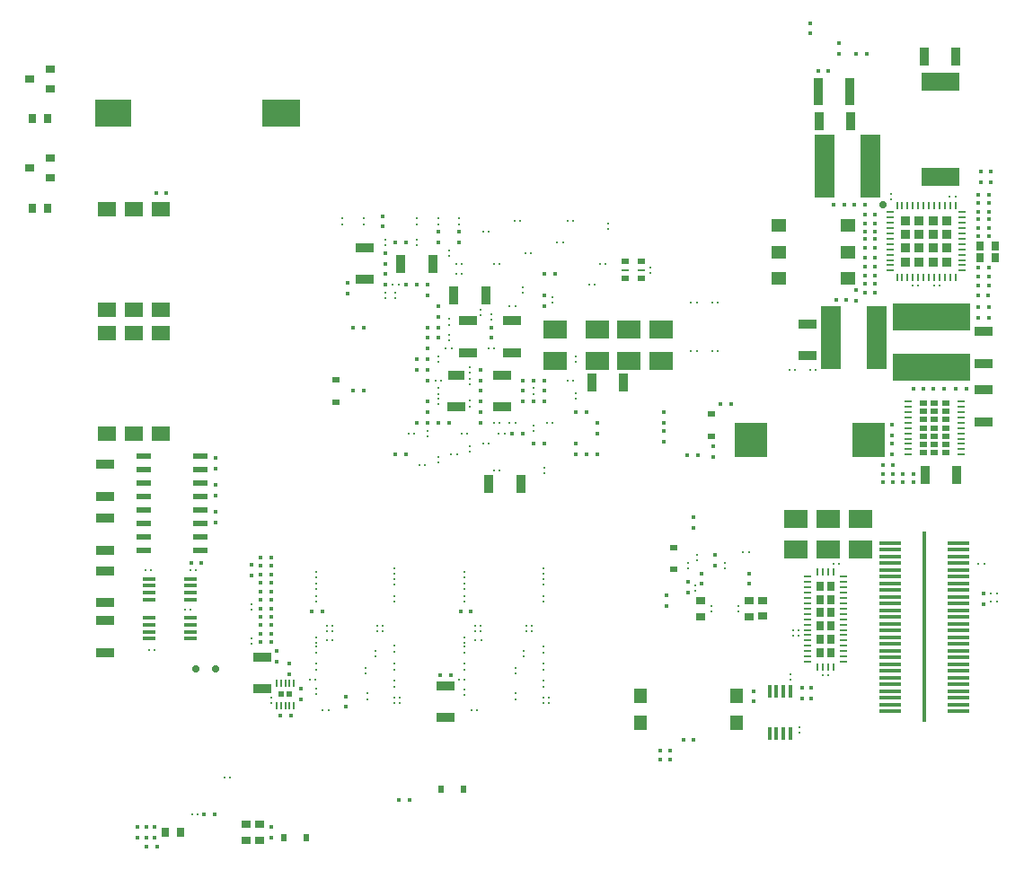
<source format=gbr>
G04 #@! TF.FileFunction,Paste,Bot*
%FSLAX46Y46*%
G04 Gerber Fmt 4.6, Leading zero omitted, Abs format (unit mm)*
G04 Created by KiCad (PCBNEW 4.0.6) date Tue Jun 13 11:44:39 2017*
%MOMM*%
%LPD*%
G01*
G04 APERTURE LIST*
%ADD10C,0.101600*%
%ADD11R,0.457200X17.983200*%
%ADD12R,2.108200X0.355600*%
%ADD13R,0.249200X0.229200*%
%ADD14R,0.229200X0.249200*%
%ADD15R,1.749200X0.949200*%
%ADD16R,0.949200X1.749200*%
%ADD17R,0.449200X0.449200*%
%ADD18R,2.179200X1.749200*%
%ADD19R,0.749200X0.849200*%
%ADD20R,1.549200X0.949200*%
%ADD21R,0.849200X0.749200*%
%ADD22R,0.533400X0.635000*%
%ADD23R,0.635000X0.533400*%
%ADD24R,3.049200X3.249200*%
%ADD25R,1.949200X5.949200*%
%ADD26R,7.249200X2.549200*%
%ADD27R,3.549200X1.749200*%
%ADD28R,0.949200X2.549200*%
%ADD29C,0.711200*%
%ADD30R,0.179200X0.649200*%
%ADD31R,0.474200X0.579200*%
%ADD32R,0.799200X0.229200*%
%ADD33R,0.705200X0.495200*%
%ADD34R,1.249200X1.449200*%
%ADD35R,0.199200X0.649200*%
%ADD36R,0.649200X0.199200*%
%ADD37R,0.850450X0.850450*%
%ADD38R,0.649200X0.824200*%
%ADD39R,0.799200X0.249200*%
%ADD40R,0.249200X0.799200*%
%ADD41R,1.449200X0.549200*%
%ADD42R,1.729200X1.469200*%
%ADD43R,1.299200X0.399200*%
%ADD44R,0.949200X0.749200*%
%ADD45R,0.399200X1.299200*%
%ADD46R,0.799200X0.599200*%
%ADD47R,0.799200X0.199200*%
%ADD48R,3.609200X2.549200*%
%ADD49R,3.489200X2.549200*%
%ADD50R,1.449200X1.149200*%
G04 APERTURE END LIST*
D10*
D11*
X118520000Y-96355500D03*
D12*
X115281500Y-88418000D03*
X115281500Y-89053000D03*
X115281500Y-89688000D03*
X115281500Y-90323000D03*
X115281500Y-90958000D03*
X115281500Y-91593000D03*
X115281500Y-92228000D03*
X115281500Y-92863000D03*
X115281500Y-93498000D03*
X115281500Y-94133000D03*
X115281500Y-94768000D03*
X115281500Y-95403000D03*
X115281500Y-96038000D03*
X115281500Y-96673000D03*
X115281500Y-97308000D03*
X115281500Y-97943000D03*
X115281500Y-98578000D03*
X115281500Y-99213000D03*
X115281500Y-99848000D03*
X115281500Y-100483000D03*
X115281500Y-101118000D03*
X115281500Y-101753000D03*
X115281500Y-102388000D03*
X115281500Y-103023000D03*
X115281500Y-103658000D03*
X115281500Y-104293000D03*
X121758500Y-88418000D03*
X121758500Y-89053000D03*
X121758500Y-89688000D03*
X121758500Y-90323000D03*
X121758500Y-90958000D03*
X121758500Y-91593000D03*
X121758500Y-92228000D03*
X121758500Y-92863000D03*
X121758500Y-93498000D03*
X121758500Y-94133000D03*
X121758500Y-94768000D03*
X121758500Y-95403000D03*
X121758500Y-96038000D03*
X121758500Y-96673000D03*
X121758500Y-97308000D03*
X121758500Y-97943000D03*
X121758500Y-98578000D03*
X121758500Y-99213000D03*
X121758500Y-99848000D03*
X121758500Y-100483000D03*
X121758500Y-101118000D03*
X121758500Y-101753000D03*
X121758500Y-102388000D03*
X121758500Y-103023000D03*
X121758500Y-103658000D03*
X121758500Y-104293000D03*
D13*
X62200000Y-96765000D03*
X62200000Y-96235000D03*
X66000000Y-103165000D03*
X66000000Y-102635000D03*
D14*
X61835000Y-104200000D03*
X62365000Y-104200000D03*
D13*
X65900000Y-100765000D03*
X65900000Y-100235000D03*
X61200000Y-102135000D03*
X61200000Y-102665000D03*
X66800000Y-98635000D03*
X66800000Y-99165000D03*
X61200000Y-91135000D03*
X61200000Y-91665000D03*
D14*
X61165000Y-101300000D03*
X60635000Y-101300000D03*
D13*
X68600000Y-91835000D03*
X68600000Y-92365000D03*
X61200000Y-97335000D03*
X61200000Y-97865000D03*
X61200000Y-100365000D03*
X61200000Y-99835000D03*
X68600000Y-93435000D03*
X68600000Y-93965000D03*
D14*
X62235000Y-97600000D03*
X62765000Y-97600000D03*
D13*
X61200000Y-98235000D03*
X61200000Y-98765000D03*
X67500000Y-96235000D03*
X67500000Y-96765000D03*
X68600000Y-90835000D03*
X68600000Y-91365000D03*
X62700000Y-96235000D03*
X62700000Y-96765000D03*
X68600000Y-99835000D03*
X68600000Y-100365000D03*
X67000000Y-96765000D03*
X67000000Y-96235000D03*
X61200000Y-93435000D03*
X61200000Y-93965000D03*
X68600000Y-101965000D03*
X68600000Y-101435000D03*
X69100000Y-103035000D03*
X69100000Y-103565000D03*
X61200000Y-92235000D03*
X61200000Y-92765000D03*
X68600000Y-103565000D03*
X68600000Y-103035000D03*
D15*
X73400000Y-104900000D03*
X73400000Y-101900000D03*
D13*
X76200000Y-96765000D03*
X76200000Y-96235000D03*
X80000000Y-103165000D03*
X80000000Y-102635000D03*
D14*
X75835000Y-104200000D03*
X76365000Y-104200000D03*
D13*
X80000000Y-100765000D03*
X80000000Y-100235000D03*
X75200000Y-102235000D03*
X75200000Y-102765000D03*
X80800000Y-98635000D03*
X80800000Y-99165000D03*
X75200000Y-91135000D03*
X75200000Y-91665000D03*
D14*
X75165000Y-101300000D03*
X74635000Y-101300000D03*
D13*
X82600000Y-91835000D03*
X82600000Y-92365000D03*
X75200000Y-97335000D03*
X75200000Y-97865000D03*
X75200000Y-100365000D03*
X75200000Y-99835000D03*
X82600000Y-93435000D03*
X82600000Y-93965000D03*
D14*
X76235000Y-97600000D03*
X76765000Y-97600000D03*
D13*
X75200000Y-98235000D03*
X75200000Y-98765000D03*
X81500000Y-96235000D03*
X81500000Y-96765000D03*
X82600000Y-90835000D03*
X82600000Y-91365000D03*
X76700000Y-96235000D03*
X76700000Y-96765000D03*
X82600000Y-99835000D03*
X82600000Y-100365000D03*
X81000000Y-96765000D03*
X81000000Y-96235000D03*
X75200000Y-93435000D03*
X75200000Y-93965000D03*
X82600000Y-101965000D03*
X82600000Y-101435000D03*
X83100000Y-103035000D03*
X83100000Y-103565000D03*
X75200000Y-92235000D03*
X75200000Y-92765000D03*
X82600000Y-103565000D03*
X82600000Y-103035000D03*
D15*
X56100000Y-102200000D03*
X56100000Y-99200000D03*
D13*
X55100000Y-94765000D03*
X55100000Y-94235000D03*
X55100000Y-97435000D03*
X55100000Y-97965000D03*
X68600000Y-98665000D03*
X68600000Y-98135000D03*
X82600000Y-98765000D03*
X82600000Y-98235000D03*
D15*
X124100000Y-74000000D03*
X124100000Y-77000000D03*
D16*
X118600000Y-82000000D03*
X121600000Y-82000000D03*
D13*
X57000000Y-103565000D03*
X57000000Y-103035000D03*
D17*
X59800000Y-102200000D03*
X59800000Y-103200000D03*
X115443000Y-77300000D03*
X115443000Y-78300000D03*
X115600000Y-81900000D03*
X114600000Y-81900000D03*
X116500000Y-81900000D03*
X117500000Y-81900000D03*
D18*
X106426000Y-89090000D03*
X106426000Y-86170000D03*
X112522000Y-89090000D03*
X112522000Y-86170000D03*
X109474000Y-89090000D03*
X109474000Y-86170000D03*
D15*
X124100000Y-71500000D03*
X124100000Y-68500000D03*
X107500000Y-70800000D03*
X107500000Y-67800000D03*
D16*
X111600000Y-48700000D03*
X108600000Y-48700000D03*
X118500000Y-42600000D03*
X121500000Y-42600000D03*
D17*
X113900000Y-59100000D03*
X112900000Y-59100000D03*
X124600000Y-62500000D03*
X123600000Y-62500000D03*
X112900000Y-57500000D03*
X113900000Y-57500000D03*
X124579000Y-65100000D03*
X123579000Y-65100000D03*
X112900000Y-59800000D03*
X113900000Y-59800000D03*
X124600000Y-63300000D03*
X123600000Y-63300000D03*
D13*
X115400000Y-56065000D03*
X115400000Y-55535000D03*
D14*
X119965000Y-64200000D03*
X119435000Y-64200000D03*
D17*
X124600000Y-57900000D03*
X123600000Y-57900000D03*
X112900000Y-62400000D03*
X113900000Y-62400000D03*
D19*
X125250000Y-60400000D03*
X123750000Y-60400000D03*
D17*
X124600000Y-55600000D03*
X123600000Y-55600000D03*
X113900000Y-64800000D03*
X112900000Y-64800000D03*
D19*
X125250000Y-61500000D03*
X123750000Y-61500000D03*
D17*
X124600000Y-57200000D03*
X123600000Y-57200000D03*
X113900000Y-63200000D03*
X112900000Y-63200000D03*
D14*
X121465000Y-55800000D03*
X120935000Y-55800000D03*
X117435000Y-64200000D03*
X117965000Y-64200000D03*
X106161000Y-97155000D03*
X106691000Y-97155000D03*
X106161000Y-96647000D03*
X106691000Y-96647000D03*
X110465000Y-90400000D03*
X109935000Y-90400000D03*
X108935000Y-100900000D03*
X109465000Y-100900000D03*
D17*
X51600000Y-114000000D03*
X50600000Y-114000000D03*
X46200000Y-117100000D03*
X45200000Y-117100000D03*
D14*
X108265000Y-72100000D03*
X107735000Y-72100000D03*
X105844757Y-72100000D03*
X106374757Y-72100000D03*
X97065000Y-70300000D03*
X96535000Y-70300000D03*
X98535000Y-70300000D03*
X99065000Y-70300000D03*
X97065000Y-65800000D03*
X96535000Y-65800000D03*
X98535000Y-65800000D03*
X99065000Y-65800000D03*
D17*
X51689000Y-80399000D03*
X51689000Y-81399000D03*
X51689000Y-82939000D03*
X51689000Y-83939000D03*
X51689000Y-85479000D03*
X51689000Y-86479000D03*
X49400000Y-90300000D03*
X50400000Y-90300000D03*
D14*
X48835000Y-94700000D03*
X49365000Y-94700000D03*
X45435000Y-98500000D03*
X45965000Y-98500000D03*
X49865000Y-91000000D03*
X49335000Y-91000000D03*
X45135000Y-91000000D03*
X45665000Y-91000000D03*
D15*
X79700000Y-70500000D03*
X79700000Y-67500000D03*
D18*
X83700000Y-71260000D03*
X83700000Y-68340000D03*
D15*
X75500000Y-70500000D03*
X75500000Y-67500000D03*
D18*
X93700000Y-71260000D03*
X93700000Y-68340000D03*
D15*
X65800000Y-60600000D03*
X65800000Y-63600000D03*
D18*
X87700000Y-71260000D03*
X87700000Y-68340000D03*
X90700000Y-71260000D03*
X90700000Y-68340000D03*
D15*
X78700000Y-72600000D03*
X78700000Y-75600000D03*
D20*
X74400000Y-72600000D03*
D15*
X74400000Y-75600000D03*
D16*
X74200000Y-65100000D03*
X77200000Y-65100000D03*
X80500000Y-82900000D03*
X77500000Y-82900000D03*
X87200000Y-73300000D03*
X90200000Y-73300000D03*
D14*
X79965000Y-77100000D03*
X79435000Y-77100000D03*
X78435000Y-78100000D03*
X78965000Y-78100000D03*
D16*
X69200000Y-62100000D03*
X72200000Y-62100000D03*
D17*
X96200000Y-80200000D03*
X97200000Y-80200000D03*
X94000000Y-78900000D03*
X94000000Y-77900000D03*
X98600000Y-79300000D03*
X98600000Y-80300000D03*
X94000000Y-76100000D03*
X94000000Y-77100000D03*
D13*
X81700000Y-74365000D03*
X81700000Y-73835000D03*
D21*
X55900000Y-116450000D03*
X55900000Y-114950000D03*
D13*
X97100000Y-89535000D03*
X97100000Y-90065000D03*
X96266000Y-90816000D03*
X96266000Y-90286000D03*
D14*
X101992000Y-89281000D03*
X101462000Y-89281000D03*
D13*
X99700000Y-90335000D03*
X99700000Y-90865000D03*
D17*
X107800000Y-40400000D03*
X107800000Y-39400000D03*
D13*
X98425000Y-94880000D03*
X98425000Y-94350000D03*
X100965000Y-94880000D03*
X100965000Y-94350000D03*
D17*
X110500000Y-41300000D03*
X110500000Y-42300000D03*
D13*
X105900000Y-101365000D03*
X105900000Y-100835000D03*
X106800000Y-106365000D03*
X106800000Y-105835000D03*
X96900000Y-92965000D03*
X96900000Y-92435000D03*
D22*
X75055000Y-111700000D03*
X72945000Y-111700000D03*
D23*
X63100000Y-75155000D03*
X63100000Y-73045000D03*
X98500000Y-78355000D03*
X98500000Y-76245000D03*
D22*
X60255000Y-116200000D03*
X58145000Y-116200000D03*
D23*
X94900000Y-90955000D03*
X94900000Y-88845000D03*
D19*
X46950000Y-115700000D03*
X48450000Y-115700000D03*
X35929000Y-48387000D03*
X34429000Y-48387000D03*
X35929000Y-56896000D03*
X34429000Y-56896000D03*
D21*
X54600000Y-114950000D03*
X54600000Y-116450000D03*
X103300000Y-93850000D03*
X103300000Y-95350000D03*
X101981000Y-93865000D03*
X101981000Y-95365000D03*
X97409000Y-95365000D03*
X97409000Y-93865000D03*
D24*
X113246000Y-78740000D03*
X102146000Y-78740000D03*
D25*
X113450000Y-52900000D03*
X109150000Y-52900000D03*
D26*
X119200000Y-67150000D03*
X119200000Y-71850000D03*
D27*
X120015000Y-53903000D03*
X120015000Y-44903000D03*
D25*
X114050000Y-69100000D03*
X109750000Y-69100000D03*
D17*
X72700000Y-77100000D03*
X73700000Y-77100000D03*
X70700000Y-77100000D03*
X71700000Y-77100000D03*
X56000000Y-91400000D03*
X57000000Y-91400000D03*
X56000000Y-94600000D03*
X57000000Y-94600000D03*
X56000000Y-93000000D03*
X57000000Y-93000000D03*
X56000000Y-90600000D03*
X57000000Y-90600000D03*
X56000000Y-92200000D03*
X57000000Y-92200000D03*
X56000000Y-96200000D03*
X57000000Y-96200000D03*
X56000000Y-89800000D03*
X57000000Y-89800000D03*
X56000000Y-93800000D03*
X57000000Y-93800000D03*
X56000000Y-97000000D03*
X57000000Y-97000000D03*
X56000000Y-97800000D03*
X57000000Y-97800000D03*
X56000000Y-95400000D03*
X57000000Y-95400000D03*
X57500000Y-98600000D03*
X57500000Y-99600000D03*
X75800000Y-94900000D03*
X74800000Y-94900000D03*
X61800000Y-94900000D03*
X60800000Y-94900000D03*
X58800000Y-104700000D03*
X57800000Y-104700000D03*
X122500000Y-73900000D03*
X121500000Y-73900000D03*
X119400000Y-73900000D03*
X120400000Y-73900000D03*
X118483000Y-73914000D03*
X117483000Y-73914000D03*
X115443000Y-80100000D03*
X115443000Y-79100000D03*
X114600000Y-81100000D03*
X115600000Y-81100000D03*
X102400000Y-102400000D03*
X102400000Y-103400000D03*
X115600000Y-82700000D03*
X114600000Y-82700000D03*
X117500000Y-82700000D03*
X116500000Y-82700000D03*
X95800000Y-107000000D03*
X96800000Y-107000000D03*
X112900000Y-58293000D03*
X113900000Y-58293000D03*
X124600000Y-64200000D03*
X123600000Y-64200000D03*
X110000000Y-56500000D03*
X111000000Y-56500000D03*
X111900000Y-56500000D03*
X112900000Y-56500000D03*
X123600000Y-67200000D03*
X123600000Y-66200000D03*
X124600000Y-66200000D03*
X124600000Y-67200000D03*
X124600000Y-56400000D03*
X123600000Y-56400000D03*
X112900000Y-64000000D03*
X113900000Y-64000000D03*
X123600000Y-58700000D03*
X124600000Y-58700000D03*
X113900000Y-60600000D03*
X112900000Y-60600000D03*
X112900000Y-61500000D03*
X113900000Y-61500000D03*
X123900000Y-53400000D03*
X123900000Y-54400000D03*
X124800000Y-54400000D03*
X124800000Y-53400000D03*
X110200000Y-65500000D03*
X111200000Y-65500000D03*
X112100000Y-64600000D03*
X112100000Y-65600000D03*
X124079000Y-93200000D03*
X124079000Y-94200000D03*
X70000000Y-112700000D03*
X69000000Y-112700000D03*
X65700000Y-74100000D03*
X64700000Y-74100000D03*
X71700000Y-65100000D03*
X71700000Y-64100000D03*
X45200000Y-115200000D03*
X45200000Y-116200000D03*
X46000000Y-116200000D03*
X46000000Y-115200000D03*
D15*
X41275000Y-84050000D03*
X41275000Y-81050000D03*
X41275000Y-89130000D03*
X41275000Y-86130000D03*
X41275000Y-94083000D03*
X41275000Y-91083000D03*
X41275000Y-98782000D03*
X41275000Y-95782000D03*
D17*
X67700000Y-63100000D03*
X67700000Y-64100000D03*
X47100000Y-55400000D03*
X46100000Y-55400000D03*
X96800000Y-86000000D03*
X96800000Y-87000000D03*
X87700000Y-78100000D03*
X87700000Y-77100000D03*
X100300000Y-75300000D03*
X99300000Y-75300000D03*
X82700000Y-73100000D03*
X82700000Y-74100000D03*
X81700000Y-75100000D03*
X82700000Y-75100000D03*
X96266000Y-92083000D03*
X96266000Y-93083000D03*
X107900000Y-103100000D03*
X107900000Y-102100000D03*
X107000000Y-103100000D03*
X107000000Y-102100000D03*
X112100000Y-42300000D03*
X113100000Y-42300000D03*
X94600000Y-108900000D03*
X93600000Y-108900000D03*
X94600000Y-108000000D03*
X93600000Y-108000000D03*
X82700000Y-66100000D03*
X82700000Y-65100000D03*
X83700000Y-63100000D03*
X82700000Y-63100000D03*
D28*
X111500000Y-45900000D03*
X108500000Y-45900000D03*
D29*
X51700000Y-100300000D03*
X114600000Y-56500000D03*
X49900000Y-100300000D03*
D30*
X57500000Y-103750000D03*
X57900000Y-103750000D03*
X58300000Y-103750000D03*
X58700000Y-103750000D03*
X59100000Y-103750000D03*
X57500000Y-101650000D03*
X57900000Y-101650000D03*
X58300000Y-101650000D03*
X58700000Y-101650000D03*
X59100000Y-101650000D03*
D31*
X57925000Y-102700000D03*
X58675000Y-102700000D03*
D32*
X121975000Y-77597000D03*
X121975000Y-78097000D03*
X121975000Y-78597000D03*
X121975000Y-79097000D03*
X121975000Y-79597000D03*
X121975000Y-80097000D03*
X121975000Y-77097000D03*
X121975000Y-76597000D03*
X121975000Y-76097000D03*
X121975000Y-75597000D03*
X121975000Y-75097000D03*
X117025000Y-80097000D03*
X117025000Y-79597000D03*
X117025000Y-79097000D03*
X117025000Y-78597000D03*
X117025000Y-78097000D03*
X117025000Y-77597000D03*
X117025000Y-77097000D03*
X117025000Y-76597000D03*
X117025000Y-76097000D03*
X117025000Y-75597000D03*
X117025000Y-75097000D03*
D33*
X120580000Y-79937000D03*
X119500000Y-79937000D03*
X118420000Y-79937000D03*
X120580000Y-79157000D03*
X120580000Y-78377000D03*
X120580000Y-77597000D03*
X120580000Y-76817000D03*
X120580000Y-76037000D03*
X120580000Y-75257000D03*
X119500000Y-75257000D03*
X119500000Y-76037000D03*
X119500000Y-76817000D03*
X119500000Y-77597000D03*
X119500000Y-78377000D03*
X119500000Y-79157000D03*
X118420000Y-79157000D03*
X118420000Y-78377000D03*
X118420000Y-77597000D03*
X118420000Y-76817000D03*
X118420000Y-76037000D03*
X118420000Y-75257000D03*
D34*
X91800000Y-102830000D03*
X91800000Y-105370000D03*
X100800000Y-102830000D03*
X100800000Y-105370000D03*
D35*
X115950000Y-56600000D03*
X116450000Y-56600000D03*
X116950000Y-56600000D03*
X117450000Y-56600000D03*
X117950000Y-56600000D03*
X118450000Y-56600000D03*
X118950000Y-56600000D03*
X119450000Y-56600000D03*
X119950000Y-56600000D03*
X120450000Y-56600000D03*
X120950000Y-56600000D03*
X121450000Y-56600000D03*
D36*
X122100000Y-57250000D03*
X122100000Y-57750000D03*
X122100000Y-58250000D03*
X122100000Y-58750000D03*
X122100000Y-59250000D03*
X122100000Y-59750000D03*
X122100000Y-60250000D03*
X122100000Y-60750000D03*
X122100000Y-61250000D03*
X122100000Y-61750000D03*
X122100000Y-62250000D03*
X122100000Y-62750000D03*
D35*
X121450000Y-63400000D03*
X120950000Y-63400000D03*
X120450000Y-63400000D03*
X119950000Y-63400000D03*
X119450000Y-63400000D03*
X118950000Y-63400000D03*
X118450000Y-63400000D03*
X117950000Y-63400000D03*
X117450000Y-63400000D03*
X116950000Y-63400000D03*
X116450000Y-63400000D03*
X115950000Y-63400000D03*
D36*
X115300000Y-62750000D03*
X115300000Y-62250000D03*
X115300000Y-61750000D03*
X115300000Y-61250000D03*
X115300000Y-60750000D03*
X115300000Y-60250000D03*
X115300000Y-59750000D03*
X115300000Y-59250000D03*
X115300000Y-58750000D03*
X115300000Y-58250000D03*
X115300000Y-57750000D03*
X115300000Y-57250000D03*
D37*
X120631250Y-61931250D03*
X119343750Y-61931250D03*
X118056250Y-61931250D03*
X116768750Y-61931250D03*
X120631250Y-60643750D03*
X119343750Y-60643750D03*
X118056250Y-60643750D03*
X116768750Y-60643750D03*
X120631250Y-59356250D03*
X119343750Y-59356250D03*
X118056250Y-59356250D03*
X116768750Y-59356250D03*
X120631250Y-58068750D03*
X119343750Y-58068750D03*
X118056250Y-58068750D03*
X116768750Y-58068750D03*
D38*
X109720000Y-97506000D03*
D39*
X110945000Y-95631000D03*
X110945000Y-96131000D03*
X110945000Y-96631000D03*
X110945000Y-97131000D03*
X110945000Y-97631000D03*
X110945000Y-98131000D03*
X110945000Y-98631000D03*
X110945000Y-99131000D03*
X110945000Y-99631000D03*
X110945000Y-95131000D03*
X110945000Y-94631000D03*
X110945000Y-94131000D03*
X110945000Y-93631000D03*
X110945000Y-93131000D03*
X110945000Y-92631000D03*
X110945000Y-92131000D03*
X110945000Y-91631000D03*
X107495000Y-95631000D03*
X107495000Y-95131000D03*
X107495000Y-94631000D03*
X107495000Y-94131000D03*
X107495000Y-93631000D03*
X107495000Y-93131000D03*
X107495000Y-92631000D03*
X107495000Y-92131000D03*
X107495000Y-91631000D03*
X107495000Y-96131000D03*
X107495000Y-96631000D03*
X107495000Y-97131000D03*
X107495000Y-97631000D03*
X107495000Y-98131000D03*
X107495000Y-98631000D03*
X107495000Y-99131000D03*
X107495000Y-99631000D03*
D40*
X109970000Y-100106000D03*
X109470000Y-100106000D03*
X108970000Y-100106000D03*
X108470000Y-100106000D03*
X109970000Y-91156000D03*
X109470000Y-91156000D03*
X108970000Y-91156000D03*
X108470000Y-91156000D03*
D38*
X109720000Y-96256000D03*
X109720000Y-98756000D03*
X108720000Y-98756000D03*
X108720000Y-97506000D03*
X108720000Y-96256000D03*
X108720000Y-95006000D03*
X108720000Y-93756000D03*
X108720000Y-92506000D03*
X109720000Y-92506000D03*
X109720000Y-93756000D03*
X109720000Y-95006000D03*
D41*
X44925000Y-89154000D03*
X44925000Y-87884000D03*
X44925000Y-86614000D03*
X44925000Y-85344000D03*
X44925000Y-84074000D03*
X44925000Y-82804000D03*
X44925000Y-81534000D03*
X44925000Y-80264000D03*
X50325000Y-80264000D03*
X50325000Y-81534000D03*
X50325000Y-82804000D03*
X50325000Y-84074000D03*
X50325000Y-85344000D03*
X50325000Y-86614000D03*
X50325000Y-87884000D03*
X50325000Y-89154000D03*
D42*
X41460000Y-56938000D03*
X41460000Y-66462000D03*
X44000000Y-66462000D03*
X46540000Y-66462000D03*
X46540000Y-56938000D03*
X44000000Y-56938000D03*
X41460000Y-68638000D03*
X41460000Y-78162000D03*
X44000000Y-78162000D03*
X46540000Y-78162000D03*
X46540000Y-68638000D03*
X44000000Y-68638000D03*
D43*
X49375000Y-97475000D03*
X49375000Y-96825000D03*
X49375000Y-96175000D03*
X49375000Y-95525000D03*
X45425000Y-97475000D03*
X45425000Y-96825000D03*
X45425000Y-96175000D03*
X45425000Y-95525000D03*
X45425000Y-91825000D03*
X45425000Y-92475000D03*
X45425000Y-93125000D03*
X45425000Y-93775000D03*
X49375000Y-91825000D03*
X49375000Y-92475000D03*
X49375000Y-93125000D03*
X49375000Y-93775000D03*
D44*
X36179000Y-43754000D03*
X34179000Y-44704000D03*
X36179000Y-45654000D03*
X36179000Y-52136000D03*
X34179000Y-53086000D03*
X36179000Y-54036000D03*
D45*
X105875000Y-102425000D03*
X105225000Y-102425000D03*
X104575000Y-102425000D03*
X103925000Y-102425000D03*
X105875000Y-106375000D03*
X105225000Y-106375000D03*
X104575000Y-106375000D03*
X103925000Y-106375000D03*
D46*
X90325000Y-61875000D03*
X90325000Y-63525000D03*
X91875000Y-61875000D03*
X91875000Y-63525000D03*
D47*
X90325000Y-62700000D03*
X91875000Y-62700000D03*
D14*
X124830000Y-93980000D03*
X125360000Y-93980000D03*
X124830000Y-93218000D03*
X125360000Y-93218000D03*
X123635000Y-90400000D03*
X124165000Y-90400000D03*
D13*
X71700000Y-77835000D03*
X71700000Y-78365000D03*
D14*
X75465000Y-78100000D03*
X74935000Y-78100000D03*
X70935000Y-81100000D03*
X71465000Y-81100000D03*
D13*
X72700000Y-80335000D03*
X72700000Y-80865000D03*
X75700000Y-79335000D03*
X75700000Y-79865000D03*
X81700000Y-77335000D03*
X81700000Y-77865000D03*
D14*
X73935000Y-80100000D03*
X74465000Y-80100000D03*
X69935000Y-78100000D03*
X70465000Y-78100000D03*
D13*
X73700000Y-61365000D03*
X73700000Y-60835000D03*
X72700000Y-70835000D03*
X72700000Y-71365000D03*
X73700000Y-67335000D03*
X73700000Y-67865000D03*
X77700000Y-66835000D03*
X77700000Y-67365000D03*
X72700000Y-74365000D03*
X72700000Y-73835000D03*
X73700000Y-69365000D03*
X73700000Y-68835000D03*
D14*
X79435000Y-66100000D03*
X79965000Y-66100000D03*
D13*
X68700000Y-65365000D03*
X68700000Y-64835000D03*
X76700000Y-66435000D03*
X76700000Y-66965000D03*
X75700000Y-75565000D03*
X75700000Y-75035000D03*
X75700000Y-72935000D03*
X75700000Y-73465000D03*
D14*
X74965000Y-62100000D03*
X74435000Y-62100000D03*
D13*
X72700000Y-74835000D03*
X72700000Y-75365000D03*
D14*
X72435000Y-73100000D03*
X72965000Y-73100000D03*
X73435000Y-70100000D03*
X73965000Y-70100000D03*
X77435000Y-70100000D03*
X77965000Y-70100000D03*
D13*
X67700000Y-65365000D03*
X67700000Y-64835000D03*
D14*
X84935000Y-73100000D03*
X85465000Y-73100000D03*
D13*
X75700000Y-71835000D03*
X75700000Y-72365000D03*
D14*
X74965000Y-63100000D03*
X74435000Y-63100000D03*
X77935000Y-81600000D03*
X78465000Y-81600000D03*
D13*
X82700000Y-81865000D03*
X82700000Y-81335000D03*
D14*
X78465000Y-77100000D03*
X77935000Y-77100000D03*
X76935000Y-79100000D03*
X77465000Y-79100000D03*
X82935000Y-77100000D03*
X83465000Y-77100000D03*
D13*
X85700000Y-74865000D03*
X85700000Y-74335000D03*
X92700000Y-62965000D03*
X92700000Y-62435000D03*
D17*
X64000000Y-103900000D03*
X64000000Y-102900000D03*
X72900000Y-100900000D03*
X73900000Y-100900000D03*
X55100000Y-90500000D03*
X55100000Y-91500000D03*
X58700000Y-99800000D03*
X58700000Y-100800000D03*
X124600000Y-59500000D03*
X123600000Y-59500000D03*
X80700000Y-75100000D03*
X80700000Y-74100000D03*
X77700000Y-69100000D03*
X77700000Y-68100000D03*
X67700000Y-61100000D03*
X67700000Y-62100000D03*
X70700000Y-71100000D03*
X70700000Y-72100000D03*
X81700000Y-73100000D03*
X80700000Y-73100000D03*
X71700000Y-73100000D03*
X71700000Y-72100000D03*
X72700000Y-66100000D03*
X72700000Y-67100000D03*
X76700000Y-77100000D03*
X76700000Y-76100000D03*
X72700000Y-68100000D03*
X72700000Y-69100000D03*
X76700000Y-73100000D03*
X76700000Y-72100000D03*
X71700000Y-76100000D03*
X71700000Y-75100000D03*
X72700000Y-59100000D03*
X72700000Y-60100000D03*
X64200000Y-64900000D03*
X64200000Y-63900000D03*
X74700000Y-59100000D03*
X74700000Y-60100000D03*
X67500000Y-57600000D03*
X67500000Y-58600000D03*
X68700000Y-60100000D03*
X69700000Y-60100000D03*
X69700000Y-64100000D03*
X70700000Y-64100000D03*
X71700000Y-69100000D03*
X71700000Y-68100000D03*
X71700000Y-71100000D03*
X71700000Y-70100000D03*
X79700000Y-78100000D03*
X80700000Y-78100000D03*
X82700000Y-79100000D03*
X81700000Y-79100000D03*
X65700000Y-68100000D03*
X64700000Y-68100000D03*
X69700000Y-80100000D03*
X68700000Y-80100000D03*
X86700000Y-80100000D03*
X87700000Y-80100000D03*
X85700000Y-79100000D03*
X85700000Y-80100000D03*
X85700000Y-76100000D03*
X86700000Y-76100000D03*
X94200000Y-93400000D03*
X94200000Y-94400000D03*
X98800000Y-89600000D03*
X98800000Y-90600000D03*
X102000000Y-92300000D03*
X102000000Y-91300000D03*
X108500000Y-43900000D03*
X109500000Y-43900000D03*
X97500000Y-92300000D03*
X97500000Y-91300000D03*
X44400000Y-115200000D03*
X44400000Y-116200000D03*
X76700000Y-74100000D03*
X76700000Y-75100000D03*
X57000000Y-115200000D03*
X57000000Y-116200000D03*
D13*
X70700000Y-59835000D03*
X70700000Y-60365000D03*
D14*
X68965000Y-64100000D03*
X68435000Y-64100000D03*
D13*
X70700000Y-57835000D03*
X70700000Y-58365000D03*
X67700000Y-59835000D03*
X67700000Y-60365000D03*
X72700000Y-57835000D03*
X72700000Y-58365000D03*
X65700000Y-57835000D03*
X65700000Y-58365000D03*
X74700000Y-57835000D03*
X74700000Y-58365000D03*
X63700000Y-57835000D03*
X63700000Y-58365000D03*
D14*
X85465000Y-58100000D03*
X84935000Y-58100000D03*
X79935000Y-58100000D03*
X80465000Y-58100000D03*
X83935000Y-60100000D03*
X84465000Y-60100000D03*
X76935000Y-59100000D03*
X77465000Y-59100000D03*
D13*
X88700000Y-58335000D03*
X88700000Y-58865000D03*
D14*
X80935000Y-61100000D03*
X81465000Y-61100000D03*
X87935000Y-62100000D03*
X88465000Y-62100000D03*
X77935000Y-62100000D03*
X78465000Y-62100000D03*
D13*
X85700000Y-71365000D03*
X85700000Y-70835000D03*
D14*
X87465000Y-64100000D03*
X86935000Y-64100000D03*
D13*
X83500000Y-65765000D03*
X83500000Y-65235000D03*
X80700000Y-64335000D03*
X80700000Y-64865000D03*
D48*
X57870000Y-47900000D03*
D49*
X42070000Y-47900000D03*
D50*
X104850000Y-58500000D03*
X104850000Y-61000000D03*
X104850000Y-63500000D03*
X111350000Y-58500000D03*
X111350000Y-61000000D03*
X111350000Y-63500000D03*
D14*
X52535000Y-110600000D03*
X53065000Y-110600000D03*
X49535000Y-114000000D03*
X50065000Y-114000000D03*
M02*

</source>
